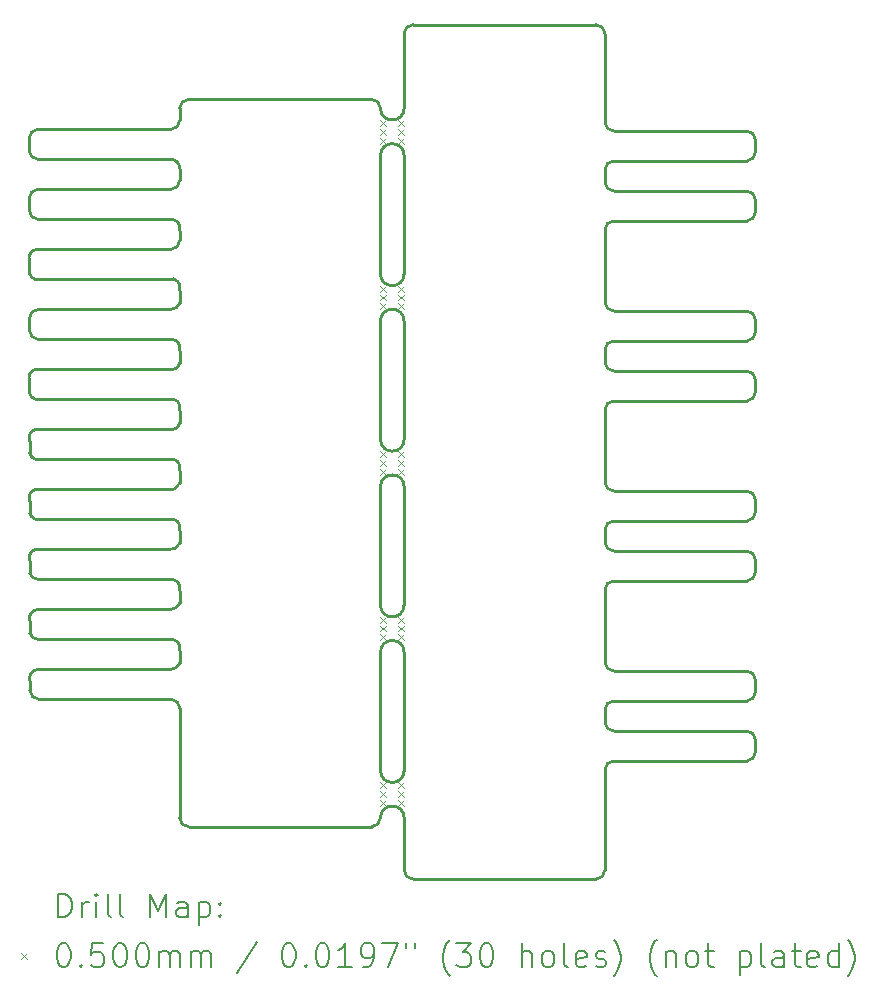
<source format=gbr>
%TF.GenerationSoftware,KiCad,Pcbnew,7.0.10*%
%TF.CreationDate,2024-08-04T06:12:02-04:00*%
%TF.ProjectId,12.X.2 - PLC Connector Combined,31322e58-2e32-4202-9d20-504c4320436f,rev?*%
%TF.SameCoordinates,Original*%
%TF.FileFunction,Drillmap*%
%TF.FilePolarity,Positive*%
%FSLAX45Y45*%
G04 Gerber Fmt 4.5, Leading zero omitted, Abs format (unit mm)*
G04 Created by KiCad (PCBNEW 7.0.10) date 2024-08-04 06:12:02*
%MOMM*%
%LPD*%
G01*
G04 APERTURE LIST*
%ADD10C,0.250000*%
%ADD11C,0.200000*%
%ADD12C,0.100000*%
G04 APERTURE END LIST*
D10*
X7129918Y-7598488D02*
X8255000Y-7598488D01*
X8329988Y-10488509D02*
G75*
G03*
X8235942Y-10392250I-70708J24989D01*
G01*
X8330001Y-8456513D02*
G75*
G03*
X8232720Y-8360250I-70231J26313D01*
G01*
X10230000Y-7311513D02*
G75*
G03*
X10030000Y-7311513I-100000J0D01*
G01*
X7059148Y-9832125D02*
X7058983Y-9728125D01*
X8255000Y-7598480D02*
G75*
G03*
X8330000Y-7523488I10J74990D01*
G01*
X13130000Y-10914301D02*
X12005000Y-10914301D01*
X13205000Y-12259301D02*
X13205000Y-12363301D01*
X7057500Y-8793369D02*
X7057335Y-8689607D01*
X11930000Y-7941301D02*
X11930000Y-8553301D01*
X8235136Y-9884250D02*
X7110054Y-9884250D01*
X13130000Y-10914300D02*
G75*
G03*
X13205000Y-10839301I0J75000D01*
G01*
X11930000Y-10989301D02*
X11930000Y-11601301D01*
X8330000Y-8560513D02*
X8330000Y-8456513D01*
X11855000Y-13438301D02*
X10305000Y-13438301D01*
X8255000Y-7090480D02*
G75*
G03*
X8330000Y-7015488I10J74990D01*
G01*
X12005000Y-7104301D02*
X13130000Y-7104301D01*
X13130000Y-7866301D02*
X12005000Y-7866301D01*
X10030007Y-6911513D02*
G75*
G03*
X9955000Y-6836513I-75007J-7D01*
G01*
X10030000Y-11518000D02*
X10030000Y-12520000D01*
X13204999Y-7687301D02*
G75*
G03*
X13130000Y-7612301I-74999J1D01*
G01*
X8329991Y-7948510D02*
G75*
G03*
X8255971Y-7852250I-71902J21300D01*
G01*
X7129998Y-11154488D02*
X8254998Y-11154488D01*
X10030000Y-12520000D02*
G75*
G03*
X10230000Y-12520000I100000J0D01*
G01*
X7129918Y-7598492D02*
G75*
G03*
X7055726Y-7675128I782J-74988D01*
G01*
X7129998Y-11662483D02*
G75*
G03*
X7062207Y-11760122I3692J-74917D01*
G01*
X13205000Y-10227301D02*
X13205000Y-10331301D01*
X10230000Y-11518000D02*
G75*
G03*
X10030000Y-11518000I-100000J0D01*
G01*
X13130000Y-9390301D02*
X12005000Y-9390301D01*
X12005000Y-10406300D02*
G75*
G03*
X11930000Y-10481301I0J-75000D01*
G01*
X7059953Y-10340125D02*
G75*
G03*
X7110860Y-10392250I72357J19745D01*
G01*
X13205000Y-10735301D02*
X13205000Y-10839301D01*
X7055082Y-7269369D02*
X7054918Y-7165607D01*
X7110470Y-10138488D02*
G75*
G03*
X7059789Y-10236125I19920J-72312D01*
G01*
X7056727Y-8308128D02*
G75*
G03*
X7107638Y-8360250I72343J19738D01*
G01*
X12005000Y-10660301D02*
X13130000Y-10660301D01*
X7055080Y-7269369D02*
G75*
G03*
X7130082Y-7344250I75000J119D01*
G01*
X7129918Y-8106488D02*
X8255000Y-8106488D01*
X7109663Y-9630484D02*
G75*
G03*
X7058983Y-9728125I19927J-72316D01*
G01*
X8234331Y-9376250D02*
X7109248Y-9376250D01*
X10230000Y-9715513D02*
X10230000Y-8713513D01*
X13130000Y-8882301D02*
X12005000Y-8882301D01*
X8254998Y-11408250D02*
X7129998Y-11408250D01*
X12005000Y-12184301D02*
X13130000Y-12184301D01*
X10230000Y-10116000D02*
G75*
G03*
X10030000Y-10116000I-100000J0D01*
G01*
X7060761Y-10848123D02*
G75*
G03*
X7129998Y-10900250I71439J22843D01*
G01*
X8330000Y-7015488D02*
X8330000Y-6911513D01*
X13205000Y-7687301D02*
X13205000Y-7791301D01*
X13130000Y-11930300D02*
G75*
G03*
X13205000Y-11855301I0J75000D01*
G01*
X10030000Y-8713513D02*
X10030000Y-9715513D01*
X11929999Y-6279301D02*
G75*
G03*
X11855000Y-6204301I-74999J1D01*
G01*
X12005000Y-8882300D02*
G75*
G03*
X11930000Y-8957301I0J-75000D01*
G01*
X7132335Y-8614488D02*
X8257418Y-8614488D01*
X8330000Y-7523488D02*
X8330000Y-7424216D01*
X11929999Y-12109301D02*
G75*
G03*
X12005000Y-12184301I75001J1D01*
G01*
X8405000Y-6836510D02*
G75*
G03*
X8330000Y-6911513I0J-75000D01*
G01*
X13204999Y-12259301D02*
G75*
G03*
X13130000Y-12184301I-74999J1D01*
G01*
X8257582Y-8868250D02*
X7132500Y-8868250D01*
X13204999Y-10227301D02*
G75*
G03*
X13130000Y-10152301I-74999J1D01*
G01*
X10230000Y-12520000D02*
X10230000Y-11518000D01*
X13204999Y-10735301D02*
G75*
G03*
X13130000Y-10660301I-74999J1D01*
G01*
X10230000Y-8713513D02*
G75*
G03*
X10030000Y-8713513I-100000J0D01*
G01*
X7057500Y-8793369D02*
G75*
G03*
X7132500Y-8868250I75000J119D01*
G01*
X7111275Y-10646486D02*
G75*
G03*
X7060595Y-10744124I19925J-72314D01*
G01*
X8232720Y-8360250D02*
X7107638Y-8360250D01*
X10304915Y-6204301D02*
X11855000Y-6204301D01*
X13205000Y-11751301D02*
X13205000Y-11855301D01*
X11929999Y-9061301D02*
G75*
G03*
X12005000Y-9136301I75001J1D01*
G01*
X12005000Y-8628301D02*
X13130000Y-8628301D01*
X13130000Y-7866300D02*
G75*
G03*
X13205000Y-7791301I0J75000D01*
G01*
X13204999Y-9211301D02*
G75*
G03*
X13130000Y-9136301I-74999J1D01*
G01*
X11930000Y-7433301D02*
X11930000Y-7537301D01*
X13204999Y-11751301D02*
G75*
G03*
X13130000Y-11676301I-74999J1D01*
G01*
X7058343Y-9324125D02*
G75*
G03*
X7109248Y-9376250I72357J19745D01*
G01*
X12005000Y-7612301D02*
X13130000Y-7612301D01*
X10030000Y-10116000D02*
X10030000Y-11118000D01*
X7108858Y-9122488D02*
X8233940Y-9122488D01*
X11929999Y-11601301D02*
G75*
G03*
X12005000Y-11676301I75001J1D01*
G01*
X10030000Y-11118000D02*
G75*
G03*
X10230000Y-11118000I100000J0D01*
G01*
X7129917Y-8106491D02*
G75*
G03*
X7056565Y-8204127I-1868J-74969D01*
G01*
X13130000Y-12438300D02*
G75*
G03*
X13205000Y-12363301I0J75000D01*
G01*
X8235942Y-10392250D02*
X7110860Y-10392250D01*
X12005000Y-11676301D02*
X13130000Y-11676301D01*
X12005000Y-7866300D02*
G75*
G03*
X11930000Y-7941301I0J-75000D01*
G01*
X8329992Y-8964511D02*
G75*
G03*
X8257582Y-8868250I-71912J21271D01*
G01*
X10030000Y-7311513D02*
X10030000Y-8313513D01*
X12005000Y-12438300D02*
G75*
G03*
X11930000Y-12513301I0J-75000D01*
G01*
X12005000Y-11930300D02*
G75*
G03*
X11930000Y-12005301I0J-75000D01*
G01*
X8330000Y-8031488D02*
X8330000Y-7948513D01*
X12005000Y-9136301D02*
X13130000Y-9136301D01*
X8330000Y-11608513D02*
X8330000Y-11504513D01*
X8254998Y-10900250D02*
X7129998Y-10900250D01*
X7062336Y-11841369D02*
X7062207Y-11760122D01*
X7129918Y-7090488D02*
X8255000Y-7090488D01*
X13205000Y-7179301D02*
X13205000Y-7283301D01*
X11930000Y-8957301D02*
X11930000Y-9061301D01*
X11930000Y-6279301D02*
X11930000Y-7029301D01*
X8330006Y-7424217D02*
G75*
G03*
X8255165Y-7344250I-74846J4957D01*
G01*
X12005000Y-9390300D02*
G75*
G03*
X11930000Y-9465301I0J-75000D01*
G01*
X7111276Y-10646488D02*
X8236358Y-10646488D01*
X11929999Y-7029301D02*
G75*
G03*
X12005000Y-7104301I75001J1D01*
G01*
X10230000Y-11118000D02*
X10230000Y-10116000D01*
X13205000Y-8703301D02*
X13205000Y-8807301D01*
X10230000Y-12920000D02*
G75*
G03*
X10030000Y-12920000I-100000J0D01*
G01*
X10030000Y-9715513D02*
G75*
G03*
X10230000Y-9715513I100000J0D01*
G01*
X8405000Y-6836513D02*
X9955000Y-6836513D01*
X10030000Y-6911513D02*
G75*
G03*
X10230000Y-6911513I100000J0D01*
G01*
X8330000Y-12920000D02*
G75*
G03*
X8405000Y-12995000I75000J0D01*
G01*
X8262418Y-11916250D02*
X7137336Y-11916250D01*
X13130000Y-7358301D02*
X12005000Y-7358301D01*
X7132335Y-8614486D02*
G75*
G03*
X7057336Y-8689607I5J-75005D01*
G01*
X10229999Y-13363301D02*
G75*
G03*
X10305000Y-13438301I75001J1D01*
G01*
X8330000Y-10592513D02*
X8330000Y-10488513D01*
X11929999Y-10585301D02*
G75*
G03*
X12005000Y-10660301I75001J1D01*
G01*
X7109664Y-9630488D02*
X8234746Y-9630488D01*
X7055888Y-7777369D02*
X7055726Y-7675128D01*
X7055890Y-7777369D02*
G75*
G03*
X7130888Y-7852250I75000J119D01*
G01*
X8330009Y-10996516D02*
G75*
G03*
X8254998Y-10900250I-71909J21326D01*
G01*
X9955000Y-12995000D02*
X8405000Y-12995000D01*
X8254998Y-11662489D02*
G75*
G03*
X8330000Y-11608513I2992J74940D01*
G01*
X11929999Y-10077301D02*
G75*
G03*
X12005000Y-10152301I75001J1D01*
G01*
X10230000Y-8313513D02*
X10230000Y-7311513D01*
X8330004Y-9472514D02*
G75*
G03*
X8234331Y-9376250I-70494J25614D01*
G01*
X7059145Y-9832126D02*
G75*
G03*
X7110054Y-9884250I72345J19736D01*
G01*
X12005000Y-7358300D02*
G75*
G03*
X11930000Y-7433301I0J-75000D01*
G01*
X7108858Y-9122487D02*
G75*
G03*
X7058177Y-9220126I19922J-72314D01*
G01*
X10230000Y-6911513D02*
X10230000Y-6275722D01*
X13130000Y-10406301D02*
X12005000Y-10406301D01*
X7056730Y-8308127D02*
X7056565Y-8204127D01*
X7129918Y-7090488D02*
G75*
G03*
X7054918Y-7165607I2J-75002D01*
G01*
X10030000Y-8313513D02*
G75*
G03*
X10230000Y-8313513I100000J0D01*
G01*
X11930000Y-9465301D02*
X11930000Y-10077301D01*
X13205000Y-9211301D02*
X13205000Y-9315301D01*
X8236356Y-10646495D02*
G75*
G03*
X8330000Y-10592513I20844J72055D01*
G01*
X7062330Y-11841369D02*
G75*
G03*
X7137336Y-11916250I75010J129D01*
G01*
X11929999Y-7537301D02*
G75*
G03*
X12005000Y-7612301I75001J1D01*
G01*
X8330000Y-10084513D02*
X8330000Y-9980513D01*
X7061566Y-11356123D02*
X7061401Y-11252123D01*
X8257418Y-8614494D02*
G75*
G03*
X8330000Y-8560513I582J75004D01*
G01*
X8329997Y-9980512D02*
G75*
G03*
X8235136Y-9884250I-70607J25292D01*
G01*
X8330009Y-11504515D02*
G75*
G03*
X8254998Y-11408250I-71909J21326D01*
G01*
X7058342Y-9324126D02*
X7058177Y-9220126D01*
X9955000Y-12995000D02*
G75*
G03*
X10030000Y-12920000I0J75000D01*
G01*
X13204999Y-7179301D02*
G75*
G03*
X13130000Y-7104301I-74999J1D01*
G01*
X7129998Y-11662488D02*
X8254998Y-11662488D01*
X11855000Y-13438300D02*
G75*
G03*
X11930000Y-13363301I0J75000D01*
G01*
X8329998Y-11990882D02*
G75*
G03*
X8262418Y-11916250I-74998J2D01*
G01*
X10230000Y-13363301D02*
X10230000Y-12920000D01*
X8330000Y-9576513D02*
X8330000Y-9472513D01*
X7110470Y-10138488D02*
X8235552Y-10138488D01*
X7061570Y-11356122D02*
G75*
G03*
X7129998Y-11408250I71440J22802D01*
G01*
X8330000Y-11100513D02*
X8330000Y-10996513D01*
X13130000Y-7358300D02*
G75*
G03*
X13205000Y-7283301I0J75000D01*
G01*
X8255000Y-8106480D02*
G75*
G03*
X8330000Y-8031488I10J74990D01*
G01*
X11930000Y-10481301D02*
X11930000Y-10585301D01*
X11930000Y-12005301D02*
X11930000Y-12109301D01*
X13130000Y-8882300D02*
G75*
G03*
X13205000Y-8807301I0J75000D01*
G01*
X8255971Y-7852250D02*
X7130888Y-7852250D01*
X8233941Y-9122486D02*
G75*
G03*
X8330000Y-9068513I23099J71356D01*
G01*
X13130000Y-10406300D02*
G75*
G03*
X13205000Y-10331301I0J75000D01*
G01*
X12005000Y-10152301D02*
X13130000Y-10152301D01*
X7059954Y-10340124D02*
X7059789Y-10236125D01*
X13130000Y-9390300D02*
G75*
G03*
X13205000Y-9315301I0J75000D01*
G01*
X13204999Y-8703301D02*
G75*
G03*
X13130000Y-8628301I-74999J1D01*
G01*
X11929999Y-8553301D02*
G75*
G03*
X12005000Y-8628301I75001J1D01*
G01*
X8330000Y-9068513D02*
X8330000Y-8964513D01*
X7060760Y-10848124D02*
X7060595Y-10744124D01*
X7129998Y-11154491D02*
G75*
G03*
X7061401Y-11252123I2882J-74939D01*
G01*
X13130000Y-12438301D02*
X12005000Y-12438301D01*
X8254998Y-11154490D02*
G75*
G03*
X8330000Y-11100513I2992J74940D01*
G01*
X10304915Y-6204295D02*
G75*
G03*
X10230000Y-6275722I5J-75005D01*
G01*
X12005000Y-10914300D02*
G75*
G03*
X11930000Y-10989301I0J-75000D01*
G01*
X8234746Y-9630489D02*
G75*
G03*
X8330000Y-9576513I22354J71589D01*
G01*
X8330000Y-12920000D02*
X8330000Y-11990882D01*
X11930000Y-12513301D02*
X11930000Y-13363301D01*
X8255165Y-7344250D02*
X7130082Y-7344250D01*
X8235551Y-10138490D02*
G75*
G03*
X8330000Y-10084513I21609J71810D01*
G01*
X13130000Y-11930301D02*
X12005000Y-11930301D01*
D11*
D12*
X10029000Y-7011000D02*
X10079000Y-7061000D01*
X10079000Y-7011000D02*
X10029000Y-7061000D01*
X10029000Y-7086000D02*
X10079000Y-7136000D01*
X10079000Y-7086000D02*
X10029000Y-7136000D01*
X10029000Y-7161000D02*
X10079000Y-7211000D01*
X10079000Y-7161000D02*
X10029000Y-7211000D01*
X10030000Y-8414000D02*
X10080000Y-8464000D01*
X10080000Y-8414000D02*
X10030000Y-8464000D01*
X10030000Y-8489000D02*
X10080000Y-8539000D01*
X10080000Y-8489000D02*
X10030000Y-8539000D01*
X10030000Y-8564000D02*
X10080000Y-8614000D01*
X10080000Y-8564000D02*
X10030000Y-8614000D01*
X10030000Y-9816000D02*
X10080000Y-9866000D01*
X10080000Y-9816000D02*
X10030000Y-9866000D01*
X10030000Y-9891000D02*
X10080000Y-9941000D01*
X10080000Y-9891000D02*
X10030000Y-9941000D01*
X10030000Y-9966000D02*
X10080000Y-10016000D01*
X10080000Y-9966000D02*
X10030000Y-10016000D01*
X10030000Y-11217000D02*
X10080000Y-11267000D01*
X10080000Y-11217000D02*
X10030000Y-11267000D01*
X10030000Y-11292000D02*
X10080000Y-11342000D01*
X10080000Y-11292000D02*
X10030000Y-11342000D01*
X10030000Y-11367000D02*
X10080000Y-11417000D01*
X10080000Y-11367000D02*
X10030000Y-11417000D01*
X10030000Y-12620000D02*
X10080000Y-12670000D01*
X10080000Y-12620000D02*
X10030000Y-12670000D01*
X10030000Y-12695000D02*
X10080000Y-12745000D01*
X10080000Y-12695000D02*
X10030000Y-12745000D01*
X10030000Y-12770000D02*
X10080000Y-12820000D01*
X10080000Y-12770000D02*
X10030000Y-12820000D01*
X10179000Y-7011000D02*
X10229000Y-7061000D01*
X10229000Y-7011000D02*
X10179000Y-7061000D01*
X10179000Y-7086000D02*
X10229000Y-7136000D01*
X10229000Y-7086000D02*
X10179000Y-7136000D01*
X10179000Y-7161000D02*
X10229000Y-7211000D01*
X10229000Y-7161000D02*
X10179000Y-7211000D01*
X10180000Y-8414000D02*
X10230000Y-8464000D01*
X10230000Y-8414000D02*
X10180000Y-8464000D01*
X10180000Y-8489000D02*
X10230000Y-8539000D01*
X10230000Y-8489000D02*
X10180000Y-8539000D01*
X10180000Y-8564000D02*
X10230000Y-8614000D01*
X10230000Y-8564000D02*
X10180000Y-8614000D01*
X10180000Y-9816000D02*
X10230000Y-9866000D01*
X10230000Y-9816000D02*
X10180000Y-9866000D01*
X10180000Y-9891000D02*
X10230000Y-9941000D01*
X10230000Y-9891000D02*
X10180000Y-9941000D01*
X10180000Y-9966000D02*
X10230000Y-10016000D01*
X10230000Y-9966000D02*
X10180000Y-10016000D01*
X10180000Y-11217000D02*
X10230000Y-11267000D01*
X10230000Y-11217000D02*
X10180000Y-11267000D01*
X10180000Y-11292000D02*
X10230000Y-11342000D01*
X10230000Y-11292000D02*
X10180000Y-11342000D01*
X10180000Y-11367000D02*
X10230000Y-11417000D01*
X10230000Y-11367000D02*
X10180000Y-11417000D01*
X10180000Y-12620000D02*
X10230000Y-12670000D01*
X10230000Y-12620000D02*
X10180000Y-12670000D01*
X10180000Y-12695000D02*
X10230000Y-12745000D01*
X10230000Y-12695000D02*
X10180000Y-12745000D01*
X10180000Y-12770000D02*
X10230000Y-12820000D01*
X10230000Y-12770000D02*
X10180000Y-12820000D01*
D11*
X7301334Y-13762284D02*
X7301334Y-13562284D01*
X7301334Y-13562284D02*
X7348953Y-13562284D01*
X7348953Y-13562284D02*
X7377525Y-13571808D01*
X7377525Y-13571808D02*
X7396572Y-13590856D01*
X7396572Y-13590856D02*
X7406096Y-13609903D01*
X7406096Y-13609903D02*
X7415620Y-13647999D01*
X7415620Y-13647999D02*
X7415620Y-13676570D01*
X7415620Y-13676570D02*
X7406096Y-13714665D01*
X7406096Y-13714665D02*
X7396572Y-13733713D01*
X7396572Y-13733713D02*
X7377525Y-13752761D01*
X7377525Y-13752761D02*
X7348953Y-13762284D01*
X7348953Y-13762284D02*
X7301334Y-13762284D01*
X7501334Y-13762284D02*
X7501334Y-13628951D01*
X7501334Y-13667046D02*
X7510858Y-13647999D01*
X7510858Y-13647999D02*
X7520382Y-13638475D01*
X7520382Y-13638475D02*
X7539430Y-13628951D01*
X7539430Y-13628951D02*
X7558477Y-13628951D01*
X7625144Y-13762284D02*
X7625144Y-13628951D01*
X7625144Y-13562284D02*
X7615620Y-13571808D01*
X7615620Y-13571808D02*
X7625144Y-13581332D01*
X7625144Y-13581332D02*
X7634668Y-13571808D01*
X7634668Y-13571808D02*
X7625144Y-13562284D01*
X7625144Y-13562284D02*
X7625144Y-13581332D01*
X7748953Y-13762284D02*
X7729906Y-13752761D01*
X7729906Y-13752761D02*
X7720382Y-13733713D01*
X7720382Y-13733713D02*
X7720382Y-13562284D01*
X7853715Y-13762284D02*
X7834668Y-13752761D01*
X7834668Y-13752761D02*
X7825144Y-13733713D01*
X7825144Y-13733713D02*
X7825144Y-13562284D01*
X8082287Y-13762284D02*
X8082287Y-13562284D01*
X8082287Y-13562284D02*
X8148953Y-13705142D01*
X8148953Y-13705142D02*
X8215620Y-13562284D01*
X8215620Y-13562284D02*
X8215620Y-13762284D01*
X8396573Y-13762284D02*
X8396573Y-13657523D01*
X8396573Y-13657523D02*
X8387049Y-13638475D01*
X8387049Y-13638475D02*
X8368001Y-13628951D01*
X8368001Y-13628951D02*
X8329906Y-13628951D01*
X8329906Y-13628951D02*
X8310858Y-13638475D01*
X8396573Y-13752761D02*
X8377525Y-13762284D01*
X8377525Y-13762284D02*
X8329906Y-13762284D01*
X8329906Y-13762284D02*
X8310858Y-13752761D01*
X8310858Y-13752761D02*
X8301334Y-13733713D01*
X8301334Y-13733713D02*
X8301334Y-13714665D01*
X8301334Y-13714665D02*
X8310858Y-13695618D01*
X8310858Y-13695618D02*
X8329906Y-13686094D01*
X8329906Y-13686094D02*
X8377525Y-13686094D01*
X8377525Y-13686094D02*
X8396573Y-13676570D01*
X8491811Y-13628951D02*
X8491811Y-13828951D01*
X8491811Y-13638475D02*
X8510858Y-13628951D01*
X8510858Y-13628951D02*
X8548954Y-13628951D01*
X8548954Y-13628951D02*
X8568001Y-13638475D01*
X8568001Y-13638475D02*
X8577525Y-13647999D01*
X8577525Y-13647999D02*
X8587049Y-13667046D01*
X8587049Y-13667046D02*
X8587049Y-13724189D01*
X8587049Y-13724189D02*
X8577525Y-13743237D01*
X8577525Y-13743237D02*
X8568001Y-13752761D01*
X8568001Y-13752761D02*
X8548954Y-13762284D01*
X8548954Y-13762284D02*
X8510858Y-13762284D01*
X8510858Y-13762284D02*
X8491811Y-13752761D01*
X8672763Y-13743237D02*
X8682287Y-13752761D01*
X8682287Y-13752761D02*
X8672763Y-13762284D01*
X8672763Y-13762284D02*
X8663239Y-13752761D01*
X8663239Y-13752761D02*
X8672763Y-13743237D01*
X8672763Y-13743237D02*
X8672763Y-13762284D01*
X8672763Y-13638475D02*
X8682287Y-13647999D01*
X8682287Y-13647999D02*
X8672763Y-13657523D01*
X8672763Y-13657523D02*
X8663239Y-13647999D01*
X8663239Y-13647999D02*
X8672763Y-13638475D01*
X8672763Y-13638475D02*
X8672763Y-13657523D01*
D12*
X6990558Y-14065801D02*
X7040558Y-14115801D01*
X7040558Y-14065801D02*
X6990558Y-14115801D01*
D11*
X7339430Y-13982284D02*
X7358477Y-13982284D01*
X7358477Y-13982284D02*
X7377525Y-13991808D01*
X7377525Y-13991808D02*
X7387049Y-14001332D01*
X7387049Y-14001332D02*
X7396572Y-14020380D01*
X7396572Y-14020380D02*
X7406096Y-14058475D01*
X7406096Y-14058475D02*
X7406096Y-14106094D01*
X7406096Y-14106094D02*
X7396572Y-14144189D01*
X7396572Y-14144189D02*
X7387049Y-14163237D01*
X7387049Y-14163237D02*
X7377525Y-14172761D01*
X7377525Y-14172761D02*
X7358477Y-14182284D01*
X7358477Y-14182284D02*
X7339430Y-14182284D01*
X7339430Y-14182284D02*
X7320382Y-14172761D01*
X7320382Y-14172761D02*
X7310858Y-14163237D01*
X7310858Y-14163237D02*
X7301334Y-14144189D01*
X7301334Y-14144189D02*
X7291811Y-14106094D01*
X7291811Y-14106094D02*
X7291811Y-14058475D01*
X7291811Y-14058475D02*
X7301334Y-14020380D01*
X7301334Y-14020380D02*
X7310858Y-14001332D01*
X7310858Y-14001332D02*
X7320382Y-13991808D01*
X7320382Y-13991808D02*
X7339430Y-13982284D01*
X7491811Y-14163237D02*
X7501334Y-14172761D01*
X7501334Y-14172761D02*
X7491811Y-14182284D01*
X7491811Y-14182284D02*
X7482287Y-14172761D01*
X7482287Y-14172761D02*
X7491811Y-14163237D01*
X7491811Y-14163237D02*
X7491811Y-14182284D01*
X7682287Y-13982284D02*
X7587049Y-13982284D01*
X7587049Y-13982284D02*
X7577525Y-14077523D01*
X7577525Y-14077523D02*
X7587049Y-14067999D01*
X7587049Y-14067999D02*
X7606096Y-14058475D01*
X7606096Y-14058475D02*
X7653715Y-14058475D01*
X7653715Y-14058475D02*
X7672763Y-14067999D01*
X7672763Y-14067999D02*
X7682287Y-14077523D01*
X7682287Y-14077523D02*
X7691811Y-14096570D01*
X7691811Y-14096570D02*
X7691811Y-14144189D01*
X7691811Y-14144189D02*
X7682287Y-14163237D01*
X7682287Y-14163237D02*
X7672763Y-14172761D01*
X7672763Y-14172761D02*
X7653715Y-14182284D01*
X7653715Y-14182284D02*
X7606096Y-14182284D01*
X7606096Y-14182284D02*
X7587049Y-14172761D01*
X7587049Y-14172761D02*
X7577525Y-14163237D01*
X7815620Y-13982284D02*
X7834668Y-13982284D01*
X7834668Y-13982284D02*
X7853715Y-13991808D01*
X7853715Y-13991808D02*
X7863239Y-14001332D01*
X7863239Y-14001332D02*
X7872763Y-14020380D01*
X7872763Y-14020380D02*
X7882287Y-14058475D01*
X7882287Y-14058475D02*
X7882287Y-14106094D01*
X7882287Y-14106094D02*
X7872763Y-14144189D01*
X7872763Y-14144189D02*
X7863239Y-14163237D01*
X7863239Y-14163237D02*
X7853715Y-14172761D01*
X7853715Y-14172761D02*
X7834668Y-14182284D01*
X7834668Y-14182284D02*
X7815620Y-14182284D01*
X7815620Y-14182284D02*
X7796572Y-14172761D01*
X7796572Y-14172761D02*
X7787049Y-14163237D01*
X7787049Y-14163237D02*
X7777525Y-14144189D01*
X7777525Y-14144189D02*
X7768001Y-14106094D01*
X7768001Y-14106094D02*
X7768001Y-14058475D01*
X7768001Y-14058475D02*
X7777525Y-14020380D01*
X7777525Y-14020380D02*
X7787049Y-14001332D01*
X7787049Y-14001332D02*
X7796572Y-13991808D01*
X7796572Y-13991808D02*
X7815620Y-13982284D01*
X8006096Y-13982284D02*
X8025144Y-13982284D01*
X8025144Y-13982284D02*
X8044192Y-13991808D01*
X8044192Y-13991808D02*
X8053715Y-14001332D01*
X8053715Y-14001332D02*
X8063239Y-14020380D01*
X8063239Y-14020380D02*
X8072763Y-14058475D01*
X8072763Y-14058475D02*
X8072763Y-14106094D01*
X8072763Y-14106094D02*
X8063239Y-14144189D01*
X8063239Y-14144189D02*
X8053715Y-14163237D01*
X8053715Y-14163237D02*
X8044192Y-14172761D01*
X8044192Y-14172761D02*
X8025144Y-14182284D01*
X8025144Y-14182284D02*
X8006096Y-14182284D01*
X8006096Y-14182284D02*
X7987049Y-14172761D01*
X7987049Y-14172761D02*
X7977525Y-14163237D01*
X7977525Y-14163237D02*
X7968001Y-14144189D01*
X7968001Y-14144189D02*
X7958477Y-14106094D01*
X7958477Y-14106094D02*
X7958477Y-14058475D01*
X7958477Y-14058475D02*
X7968001Y-14020380D01*
X7968001Y-14020380D02*
X7977525Y-14001332D01*
X7977525Y-14001332D02*
X7987049Y-13991808D01*
X7987049Y-13991808D02*
X8006096Y-13982284D01*
X8158477Y-14182284D02*
X8158477Y-14048951D01*
X8158477Y-14067999D02*
X8168001Y-14058475D01*
X8168001Y-14058475D02*
X8187049Y-14048951D01*
X8187049Y-14048951D02*
X8215620Y-14048951D01*
X8215620Y-14048951D02*
X8234668Y-14058475D01*
X8234668Y-14058475D02*
X8244192Y-14077523D01*
X8244192Y-14077523D02*
X8244192Y-14182284D01*
X8244192Y-14077523D02*
X8253715Y-14058475D01*
X8253715Y-14058475D02*
X8272763Y-14048951D01*
X8272763Y-14048951D02*
X8301334Y-14048951D01*
X8301334Y-14048951D02*
X8320382Y-14058475D01*
X8320382Y-14058475D02*
X8329906Y-14077523D01*
X8329906Y-14077523D02*
X8329906Y-14182284D01*
X8425144Y-14182284D02*
X8425144Y-14048951D01*
X8425144Y-14067999D02*
X8434668Y-14058475D01*
X8434668Y-14058475D02*
X8453715Y-14048951D01*
X8453715Y-14048951D02*
X8482287Y-14048951D01*
X8482287Y-14048951D02*
X8501335Y-14058475D01*
X8501335Y-14058475D02*
X8510858Y-14077523D01*
X8510858Y-14077523D02*
X8510858Y-14182284D01*
X8510858Y-14077523D02*
X8520382Y-14058475D01*
X8520382Y-14058475D02*
X8539430Y-14048951D01*
X8539430Y-14048951D02*
X8568001Y-14048951D01*
X8568001Y-14048951D02*
X8587049Y-14058475D01*
X8587049Y-14058475D02*
X8596573Y-14077523D01*
X8596573Y-14077523D02*
X8596573Y-14182284D01*
X8987049Y-13972761D02*
X8815620Y-14229903D01*
X9244192Y-13982284D02*
X9263239Y-13982284D01*
X9263239Y-13982284D02*
X9282287Y-13991808D01*
X9282287Y-13991808D02*
X9291811Y-14001332D01*
X9291811Y-14001332D02*
X9301335Y-14020380D01*
X9301335Y-14020380D02*
X9310858Y-14058475D01*
X9310858Y-14058475D02*
X9310858Y-14106094D01*
X9310858Y-14106094D02*
X9301335Y-14144189D01*
X9301335Y-14144189D02*
X9291811Y-14163237D01*
X9291811Y-14163237D02*
X9282287Y-14172761D01*
X9282287Y-14172761D02*
X9263239Y-14182284D01*
X9263239Y-14182284D02*
X9244192Y-14182284D01*
X9244192Y-14182284D02*
X9225144Y-14172761D01*
X9225144Y-14172761D02*
X9215620Y-14163237D01*
X9215620Y-14163237D02*
X9206097Y-14144189D01*
X9206097Y-14144189D02*
X9196573Y-14106094D01*
X9196573Y-14106094D02*
X9196573Y-14058475D01*
X9196573Y-14058475D02*
X9206097Y-14020380D01*
X9206097Y-14020380D02*
X9215620Y-14001332D01*
X9215620Y-14001332D02*
X9225144Y-13991808D01*
X9225144Y-13991808D02*
X9244192Y-13982284D01*
X9396573Y-14163237D02*
X9406097Y-14172761D01*
X9406097Y-14172761D02*
X9396573Y-14182284D01*
X9396573Y-14182284D02*
X9387049Y-14172761D01*
X9387049Y-14172761D02*
X9396573Y-14163237D01*
X9396573Y-14163237D02*
X9396573Y-14182284D01*
X9529906Y-13982284D02*
X9548954Y-13982284D01*
X9548954Y-13982284D02*
X9568001Y-13991808D01*
X9568001Y-13991808D02*
X9577525Y-14001332D01*
X9577525Y-14001332D02*
X9587049Y-14020380D01*
X9587049Y-14020380D02*
X9596573Y-14058475D01*
X9596573Y-14058475D02*
X9596573Y-14106094D01*
X9596573Y-14106094D02*
X9587049Y-14144189D01*
X9587049Y-14144189D02*
X9577525Y-14163237D01*
X9577525Y-14163237D02*
X9568001Y-14172761D01*
X9568001Y-14172761D02*
X9548954Y-14182284D01*
X9548954Y-14182284D02*
X9529906Y-14182284D01*
X9529906Y-14182284D02*
X9510858Y-14172761D01*
X9510858Y-14172761D02*
X9501335Y-14163237D01*
X9501335Y-14163237D02*
X9491811Y-14144189D01*
X9491811Y-14144189D02*
X9482287Y-14106094D01*
X9482287Y-14106094D02*
X9482287Y-14058475D01*
X9482287Y-14058475D02*
X9491811Y-14020380D01*
X9491811Y-14020380D02*
X9501335Y-14001332D01*
X9501335Y-14001332D02*
X9510858Y-13991808D01*
X9510858Y-13991808D02*
X9529906Y-13982284D01*
X9787049Y-14182284D02*
X9672763Y-14182284D01*
X9729906Y-14182284D02*
X9729906Y-13982284D01*
X9729906Y-13982284D02*
X9710858Y-14010856D01*
X9710858Y-14010856D02*
X9691811Y-14029903D01*
X9691811Y-14029903D02*
X9672763Y-14039427D01*
X9882287Y-14182284D02*
X9920382Y-14182284D01*
X9920382Y-14182284D02*
X9939430Y-14172761D01*
X9939430Y-14172761D02*
X9948954Y-14163237D01*
X9948954Y-14163237D02*
X9968001Y-14134665D01*
X9968001Y-14134665D02*
X9977525Y-14096570D01*
X9977525Y-14096570D02*
X9977525Y-14020380D01*
X9977525Y-14020380D02*
X9968001Y-14001332D01*
X9968001Y-14001332D02*
X9958478Y-13991808D01*
X9958478Y-13991808D02*
X9939430Y-13982284D01*
X9939430Y-13982284D02*
X9901335Y-13982284D01*
X9901335Y-13982284D02*
X9882287Y-13991808D01*
X9882287Y-13991808D02*
X9872763Y-14001332D01*
X9872763Y-14001332D02*
X9863239Y-14020380D01*
X9863239Y-14020380D02*
X9863239Y-14067999D01*
X9863239Y-14067999D02*
X9872763Y-14087046D01*
X9872763Y-14087046D02*
X9882287Y-14096570D01*
X9882287Y-14096570D02*
X9901335Y-14106094D01*
X9901335Y-14106094D02*
X9939430Y-14106094D01*
X9939430Y-14106094D02*
X9958478Y-14096570D01*
X9958478Y-14096570D02*
X9968001Y-14087046D01*
X9968001Y-14087046D02*
X9977525Y-14067999D01*
X10044192Y-13982284D02*
X10177525Y-13982284D01*
X10177525Y-13982284D02*
X10091811Y-14182284D01*
X10244192Y-13982284D02*
X10244192Y-14020380D01*
X10320382Y-13982284D02*
X10320382Y-14020380D01*
X10615621Y-14258475D02*
X10606097Y-14248951D01*
X10606097Y-14248951D02*
X10587049Y-14220380D01*
X10587049Y-14220380D02*
X10577525Y-14201332D01*
X10577525Y-14201332D02*
X10568001Y-14172761D01*
X10568001Y-14172761D02*
X10558478Y-14125142D01*
X10558478Y-14125142D02*
X10558478Y-14087046D01*
X10558478Y-14087046D02*
X10568001Y-14039427D01*
X10568001Y-14039427D02*
X10577525Y-14010856D01*
X10577525Y-14010856D02*
X10587049Y-13991808D01*
X10587049Y-13991808D02*
X10606097Y-13963237D01*
X10606097Y-13963237D02*
X10615621Y-13953713D01*
X10672763Y-13982284D02*
X10796573Y-13982284D01*
X10796573Y-13982284D02*
X10729906Y-14058475D01*
X10729906Y-14058475D02*
X10758478Y-14058475D01*
X10758478Y-14058475D02*
X10777525Y-14067999D01*
X10777525Y-14067999D02*
X10787049Y-14077523D01*
X10787049Y-14077523D02*
X10796573Y-14096570D01*
X10796573Y-14096570D02*
X10796573Y-14144189D01*
X10796573Y-14144189D02*
X10787049Y-14163237D01*
X10787049Y-14163237D02*
X10777525Y-14172761D01*
X10777525Y-14172761D02*
X10758478Y-14182284D01*
X10758478Y-14182284D02*
X10701335Y-14182284D01*
X10701335Y-14182284D02*
X10682287Y-14172761D01*
X10682287Y-14172761D02*
X10672763Y-14163237D01*
X10920382Y-13982284D02*
X10939430Y-13982284D01*
X10939430Y-13982284D02*
X10958478Y-13991808D01*
X10958478Y-13991808D02*
X10968001Y-14001332D01*
X10968001Y-14001332D02*
X10977525Y-14020380D01*
X10977525Y-14020380D02*
X10987049Y-14058475D01*
X10987049Y-14058475D02*
X10987049Y-14106094D01*
X10987049Y-14106094D02*
X10977525Y-14144189D01*
X10977525Y-14144189D02*
X10968001Y-14163237D01*
X10968001Y-14163237D02*
X10958478Y-14172761D01*
X10958478Y-14172761D02*
X10939430Y-14182284D01*
X10939430Y-14182284D02*
X10920382Y-14182284D01*
X10920382Y-14182284D02*
X10901335Y-14172761D01*
X10901335Y-14172761D02*
X10891811Y-14163237D01*
X10891811Y-14163237D02*
X10882287Y-14144189D01*
X10882287Y-14144189D02*
X10872763Y-14106094D01*
X10872763Y-14106094D02*
X10872763Y-14058475D01*
X10872763Y-14058475D02*
X10882287Y-14020380D01*
X10882287Y-14020380D02*
X10891811Y-14001332D01*
X10891811Y-14001332D02*
X10901335Y-13991808D01*
X10901335Y-13991808D02*
X10920382Y-13982284D01*
X11225144Y-14182284D02*
X11225144Y-13982284D01*
X11310859Y-14182284D02*
X11310859Y-14077523D01*
X11310859Y-14077523D02*
X11301335Y-14058475D01*
X11301335Y-14058475D02*
X11282287Y-14048951D01*
X11282287Y-14048951D02*
X11253716Y-14048951D01*
X11253716Y-14048951D02*
X11234668Y-14058475D01*
X11234668Y-14058475D02*
X11225144Y-14067999D01*
X11434668Y-14182284D02*
X11415620Y-14172761D01*
X11415620Y-14172761D02*
X11406097Y-14163237D01*
X11406097Y-14163237D02*
X11396573Y-14144189D01*
X11396573Y-14144189D02*
X11396573Y-14087046D01*
X11396573Y-14087046D02*
X11406097Y-14067999D01*
X11406097Y-14067999D02*
X11415620Y-14058475D01*
X11415620Y-14058475D02*
X11434668Y-14048951D01*
X11434668Y-14048951D02*
X11463240Y-14048951D01*
X11463240Y-14048951D02*
X11482287Y-14058475D01*
X11482287Y-14058475D02*
X11491811Y-14067999D01*
X11491811Y-14067999D02*
X11501335Y-14087046D01*
X11501335Y-14087046D02*
X11501335Y-14144189D01*
X11501335Y-14144189D02*
X11491811Y-14163237D01*
X11491811Y-14163237D02*
X11482287Y-14172761D01*
X11482287Y-14172761D02*
X11463240Y-14182284D01*
X11463240Y-14182284D02*
X11434668Y-14182284D01*
X11615620Y-14182284D02*
X11596573Y-14172761D01*
X11596573Y-14172761D02*
X11587049Y-14153713D01*
X11587049Y-14153713D02*
X11587049Y-13982284D01*
X11768001Y-14172761D02*
X11748954Y-14182284D01*
X11748954Y-14182284D02*
X11710859Y-14182284D01*
X11710859Y-14182284D02*
X11691811Y-14172761D01*
X11691811Y-14172761D02*
X11682287Y-14153713D01*
X11682287Y-14153713D02*
X11682287Y-14077523D01*
X11682287Y-14077523D02*
X11691811Y-14058475D01*
X11691811Y-14058475D02*
X11710859Y-14048951D01*
X11710859Y-14048951D02*
X11748954Y-14048951D01*
X11748954Y-14048951D02*
X11768001Y-14058475D01*
X11768001Y-14058475D02*
X11777525Y-14077523D01*
X11777525Y-14077523D02*
X11777525Y-14096570D01*
X11777525Y-14096570D02*
X11682287Y-14115618D01*
X11853716Y-14172761D02*
X11872763Y-14182284D01*
X11872763Y-14182284D02*
X11910859Y-14182284D01*
X11910859Y-14182284D02*
X11929906Y-14172761D01*
X11929906Y-14172761D02*
X11939430Y-14153713D01*
X11939430Y-14153713D02*
X11939430Y-14144189D01*
X11939430Y-14144189D02*
X11929906Y-14125142D01*
X11929906Y-14125142D02*
X11910859Y-14115618D01*
X11910859Y-14115618D02*
X11882287Y-14115618D01*
X11882287Y-14115618D02*
X11863240Y-14106094D01*
X11863240Y-14106094D02*
X11853716Y-14087046D01*
X11853716Y-14087046D02*
X11853716Y-14077523D01*
X11853716Y-14077523D02*
X11863240Y-14058475D01*
X11863240Y-14058475D02*
X11882287Y-14048951D01*
X11882287Y-14048951D02*
X11910859Y-14048951D01*
X11910859Y-14048951D02*
X11929906Y-14058475D01*
X12006097Y-14258475D02*
X12015621Y-14248951D01*
X12015621Y-14248951D02*
X12034668Y-14220380D01*
X12034668Y-14220380D02*
X12044192Y-14201332D01*
X12044192Y-14201332D02*
X12053716Y-14172761D01*
X12053716Y-14172761D02*
X12063240Y-14125142D01*
X12063240Y-14125142D02*
X12063240Y-14087046D01*
X12063240Y-14087046D02*
X12053716Y-14039427D01*
X12053716Y-14039427D02*
X12044192Y-14010856D01*
X12044192Y-14010856D02*
X12034668Y-13991808D01*
X12034668Y-13991808D02*
X12015621Y-13963237D01*
X12015621Y-13963237D02*
X12006097Y-13953713D01*
X12368002Y-14258475D02*
X12358478Y-14248951D01*
X12358478Y-14248951D02*
X12339430Y-14220380D01*
X12339430Y-14220380D02*
X12329906Y-14201332D01*
X12329906Y-14201332D02*
X12320382Y-14172761D01*
X12320382Y-14172761D02*
X12310859Y-14125142D01*
X12310859Y-14125142D02*
X12310859Y-14087046D01*
X12310859Y-14087046D02*
X12320382Y-14039427D01*
X12320382Y-14039427D02*
X12329906Y-14010856D01*
X12329906Y-14010856D02*
X12339430Y-13991808D01*
X12339430Y-13991808D02*
X12358478Y-13963237D01*
X12358478Y-13963237D02*
X12368002Y-13953713D01*
X12444192Y-14048951D02*
X12444192Y-14182284D01*
X12444192Y-14067999D02*
X12453716Y-14058475D01*
X12453716Y-14058475D02*
X12472763Y-14048951D01*
X12472763Y-14048951D02*
X12501335Y-14048951D01*
X12501335Y-14048951D02*
X12520382Y-14058475D01*
X12520382Y-14058475D02*
X12529906Y-14077523D01*
X12529906Y-14077523D02*
X12529906Y-14182284D01*
X12653716Y-14182284D02*
X12634668Y-14172761D01*
X12634668Y-14172761D02*
X12625144Y-14163237D01*
X12625144Y-14163237D02*
X12615621Y-14144189D01*
X12615621Y-14144189D02*
X12615621Y-14087046D01*
X12615621Y-14087046D02*
X12625144Y-14067999D01*
X12625144Y-14067999D02*
X12634668Y-14058475D01*
X12634668Y-14058475D02*
X12653716Y-14048951D01*
X12653716Y-14048951D02*
X12682287Y-14048951D01*
X12682287Y-14048951D02*
X12701335Y-14058475D01*
X12701335Y-14058475D02*
X12710859Y-14067999D01*
X12710859Y-14067999D02*
X12720382Y-14087046D01*
X12720382Y-14087046D02*
X12720382Y-14144189D01*
X12720382Y-14144189D02*
X12710859Y-14163237D01*
X12710859Y-14163237D02*
X12701335Y-14172761D01*
X12701335Y-14172761D02*
X12682287Y-14182284D01*
X12682287Y-14182284D02*
X12653716Y-14182284D01*
X12777525Y-14048951D02*
X12853716Y-14048951D01*
X12806097Y-13982284D02*
X12806097Y-14153713D01*
X12806097Y-14153713D02*
X12815621Y-14172761D01*
X12815621Y-14172761D02*
X12834668Y-14182284D01*
X12834668Y-14182284D02*
X12853716Y-14182284D01*
X13072763Y-14048951D02*
X13072763Y-14248951D01*
X13072763Y-14058475D02*
X13091811Y-14048951D01*
X13091811Y-14048951D02*
X13129906Y-14048951D01*
X13129906Y-14048951D02*
X13148954Y-14058475D01*
X13148954Y-14058475D02*
X13158478Y-14067999D01*
X13158478Y-14067999D02*
X13168002Y-14087046D01*
X13168002Y-14087046D02*
X13168002Y-14144189D01*
X13168002Y-14144189D02*
X13158478Y-14163237D01*
X13158478Y-14163237D02*
X13148954Y-14172761D01*
X13148954Y-14172761D02*
X13129906Y-14182284D01*
X13129906Y-14182284D02*
X13091811Y-14182284D01*
X13091811Y-14182284D02*
X13072763Y-14172761D01*
X13282287Y-14182284D02*
X13263240Y-14172761D01*
X13263240Y-14172761D02*
X13253716Y-14153713D01*
X13253716Y-14153713D02*
X13253716Y-13982284D01*
X13444192Y-14182284D02*
X13444192Y-14077523D01*
X13444192Y-14077523D02*
X13434668Y-14058475D01*
X13434668Y-14058475D02*
X13415621Y-14048951D01*
X13415621Y-14048951D02*
X13377525Y-14048951D01*
X13377525Y-14048951D02*
X13358478Y-14058475D01*
X13444192Y-14172761D02*
X13425144Y-14182284D01*
X13425144Y-14182284D02*
X13377525Y-14182284D01*
X13377525Y-14182284D02*
X13358478Y-14172761D01*
X13358478Y-14172761D02*
X13348954Y-14153713D01*
X13348954Y-14153713D02*
X13348954Y-14134665D01*
X13348954Y-14134665D02*
X13358478Y-14115618D01*
X13358478Y-14115618D02*
X13377525Y-14106094D01*
X13377525Y-14106094D02*
X13425144Y-14106094D01*
X13425144Y-14106094D02*
X13444192Y-14096570D01*
X13510859Y-14048951D02*
X13587049Y-14048951D01*
X13539430Y-13982284D02*
X13539430Y-14153713D01*
X13539430Y-14153713D02*
X13548954Y-14172761D01*
X13548954Y-14172761D02*
X13568002Y-14182284D01*
X13568002Y-14182284D02*
X13587049Y-14182284D01*
X13729906Y-14172761D02*
X13710859Y-14182284D01*
X13710859Y-14182284D02*
X13672763Y-14182284D01*
X13672763Y-14182284D02*
X13653716Y-14172761D01*
X13653716Y-14172761D02*
X13644192Y-14153713D01*
X13644192Y-14153713D02*
X13644192Y-14077523D01*
X13644192Y-14077523D02*
X13653716Y-14058475D01*
X13653716Y-14058475D02*
X13672763Y-14048951D01*
X13672763Y-14048951D02*
X13710859Y-14048951D01*
X13710859Y-14048951D02*
X13729906Y-14058475D01*
X13729906Y-14058475D02*
X13739430Y-14077523D01*
X13739430Y-14077523D02*
X13739430Y-14096570D01*
X13739430Y-14096570D02*
X13644192Y-14115618D01*
X13910859Y-14182284D02*
X13910859Y-13982284D01*
X13910859Y-14172761D02*
X13891811Y-14182284D01*
X13891811Y-14182284D02*
X13853716Y-14182284D01*
X13853716Y-14182284D02*
X13834668Y-14172761D01*
X13834668Y-14172761D02*
X13825144Y-14163237D01*
X13825144Y-14163237D02*
X13815621Y-14144189D01*
X13815621Y-14144189D02*
X13815621Y-14087046D01*
X13815621Y-14087046D02*
X13825144Y-14067999D01*
X13825144Y-14067999D02*
X13834668Y-14058475D01*
X13834668Y-14058475D02*
X13853716Y-14048951D01*
X13853716Y-14048951D02*
X13891811Y-14048951D01*
X13891811Y-14048951D02*
X13910859Y-14058475D01*
X13987049Y-14258475D02*
X13996573Y-14248951D01*
X13996573Y-14248951D02*
X14015621Y-14220380D01*
X14015621Y-14220380D02*
X14025144Y-14201332D01*
X14025144Y-14201332D02*
X14034668Y-14172761D01*
X14034668Y-14172761D02*
X14044192Y-14125142D01*
X14044192Y-14125142D02*
X14044192Y-14087046D01*
X14044192Y-14087046D02*
X14034668Y-14039427D01*
X14034668Y-14039427D02*
X14025144Y-14010856D01*
X14025144Y-14010856D02*
X14015621Y-13991808D01*
X14015621Y-13991808D02*
X13996573Y-13963237D01*
X13996573Y-13963237D02*
X13987049Y-13953713D01*
M02*

</source>
